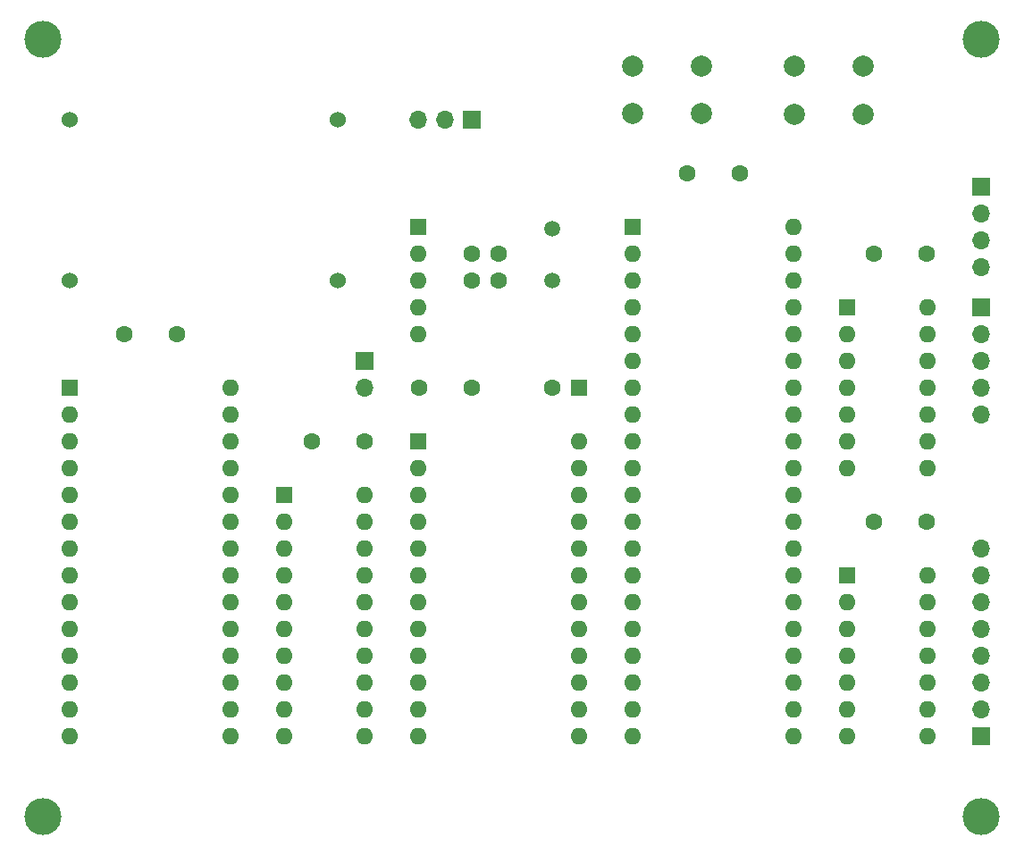
<source format=gbs>
%TF.GenerationSoftware,KiCad,Pcbnew,5.1.2-5.1.2*%
%TF.CreationDate,2019-06-03T18:56:12+10:00*%
%TF.ProjectId,clock,636c6f63-6b2e-46b6-9963-61645f706362,1*%
%TF.SameCoordinates,Original*%
%TF.FileFunction,Soldermask,Bot*%
%TF.FilePolarity,Negative*%
%FSLAX46Y46*%
G04 Gerber Fmt 4.6, Leading zero omitted, Abs format (unit mm)*
G04 Created by KiCad (PCBNEW 5.1.2-5.1.2) date 2019-06-03 18:56:12*
%MOMM*%
%LPD*%
G04 APERTURE LIST*
%ADD10C,3.500000*%
%ADD11C,1.500000*%
%ADD12O,1.700000X1.700000*%
%ADD13R,1.700000X1.700000*%
%ADD14C,1.600000*%
%ADD15C,1.524000*%
%ADD16R,1.600000X1.600000*%
%ADD17O,1.600000X1.600000*%
%ADD18C,2.000000*%
G04 APERTURE END LIST*
D10*
X269240000Y-91440000D03*
X180340000Y-91440000D03*
X269240000Y-17780000D03*
X180340000Y-17780000D03*
D11*
X228600000Y-35740000D03*
X228600000Y-40640000D03*
D12*
X269240000Y-39370000D03*
X269240000Y-36830000D03*
X269240000Y-34290000D03*
D13*
X269240000Y-31750000D03*
D14*
X221020000Y-38100000D03*
X223520000Y-38100000D03*
X221020000Y-40640000D03*
X223520000Y-40640000D03*
D12*
X269240000Y-53340000D03*
X269240000Y-50800000D03*
X269240000Y-48260000D03*
X269240000Y-45720000D03*
D13*
X269240000Y-43180000D03*
D15*
X208280000Y-40640000D03*
X182880000Y-40640000D03*
X208280000Y-25400000D03*
X182880000Y-25400000D03*
D14*
X264080000Y-38100000D03*
X259080000Y-38100000D03*
X264080000Y-63500000D03*
X259080000Y-63500000D03*
X215980000Y-50800000D03*
X220980000Y-50800000D03*
X205820000Y-55880000D03*
X210820000Y-55880000D03*
X241380000Y-30480000D03*
X246380000Y-30480000D03*
X188040000Y-45720000D03*
X193040000Y-45720000D03*
X228640000Y-50800000D03*
D16*
X231140000Y-50800000D03*
D12*
X269240000Y-66040000D03*
X269240000Y-68580000D03*
X269240000Y-71120000D03*
X269240000Y-73660000D03*
X269240000Y-76200000D03*
X269240000Y-78740000D03*
X269240000Y-81280000D03*
D13*
X269240000Y-83820000D03*
D12*
X215900000Y-25400000D03*
X218440000Y-25400000D03*
D13*
X220980000Y-25400000D03*
D12*
X210820000Y-50800000D03*
D13*
X210820000Y-48260000D03*
D17*
X215900000Y-45720000D03*
X215900000Y-43180000D03*
X215900000Y-40640000D03*
X215900000Y-38100000D03*
D16*
X215900000Y-35560000D03*
D18*
X251564000Y-24892000D03*
X251564000Y-20392000D03*
X258064000Y-24892000D03*
X258064000Y-20392000D03*
X242720000Y-20320000D03*
X242720000Y-24820000D03*
X236220000Y-20320000D03*
X236220000Y-24820000D03*
D17*
X251460000Y-35560000D03*
X236220000Y-83820000D03*
X251460000Y-38100000D03*
X236220000Y-81280000D03*
X251460000Y-40640000D03*
X236220000Y-78740000D03*
X251460000Y-43180000D03*
X236220000Y-76200000D03*
X251460000Y-45720000D03*
X236220000Y-73660000D03*
X251460000Y-48260000D03*
X236220000Y-71120000D03*
X251460000Y-50800000D03*
X236220000Y-68580000D03*
X251460000Y-53340000D03*
X236220000Y-66040000D03*
X251460000Y-55880000D03*
X236220000Y-63500000D03*
X251460000Y-58420000D03*
X236220000Y-60960000D03*
X251460000Y-60960000D03*
X236220000Y-58420000D03*
X251460000Y-63500000D03*
X236220000Y-55880000D03*
X251460000Y-66040000D03*
X236220000Y-53340000D03*
X251460000Y-68580000D03*
X236220000Y-50800000D03*
X251460000Y-71120000D03*
X236220000Y-48260000D03*
X251460000Y-73660000D03*
X236220000Y-45720000D03*
X251460000Y-76200000D03*
X236220000Y-43180000D03*
X251460000Y-78740000D03*
X236220000Y-40640000D03*
X251460000Y-81280000D03*
X236220000Y-38100000D03*
X251460000Y-83820000D03*
D16*
X236220000Y-35560000D03*
D17*
X198120000Y-50800000D03*
X182880000Y-83820000D03*
X198120000Y-53340000D03*
X182880000Y-81280000D03*
X198120000Y-55880000D03*
X182880000Y-78740000D03*
X198120000Y-58420000D03*
X182880000Y-76200000D03*
X198120000Y-60960000D03*
X182880000Y-73660000D03*
X198120000Y-63500000D03*
X182880000Y-71120000D03*
X198120000Y-66040000D03*
X182880000Y-68580000D03*
X198120000Y-68580000D03*
X182880000Y-66040000D03*
X198120000Y-71120000D03*
X182880000Y-63500000D03*
X198120000Y-73660000D03*
X182880000Y-60960000D03*
X198120000Y-76200000D03*
X182880000Y-58420000D03*
X198120000Y-78740000D03*
X182880000Y-55880000D03*
X198120000Y-81280000D03*
X182880000Y-53340000D03*
X198120000Y-83820000D03*
D16*
X182880000Y-50800000D03*
D17*
X210820000Y-60960000D03*
X203200000Y-83820000D03*
X210820000Y-63500000D03*
X203200000Y-81280000D03*
X210820000Y-66040000D03*
X203200000Y-78740000D03*
X210820000Y-68580000D03*
X203200000Y-76200000D03*
X210820000Y-71120000D03*
X203200000Y-73660000D03*
X210820000Y-73660000D03*
X203200000Y-71120000D03*
X210820000Y-76200000D03*
X203200000Y-68580000D03*
X210820000Y-78740000D03*
X203200000Y-66040000D03*
X210820000Y-81280000D03*
X203200000Y-63500000D03*
X210820000Y-83820000D03*
D16*
X203200000Y-60960000D03*
D17*
X231140000Y-55880000D03*
X215900000Y-83820000D03*
X231140000Y-58420000D03*
X215900000Y-81280000D03*
X231140000Y-60960000D03*
X215900000Y-78740000D03*
X231140000Y-63500000D03*
X215900000Y-76200000D03*
X231140000Y-66040000D03*
X215900000Y-73660000D03*
X231140000Y-68580000D03*
X215900000Y-71120000D03*
X231140000Y-71120000D03*
X215900000Y-68580000D03*
X231140000Y-73660000D03*
X215900000Y-66040000D03*
X231140000Y-76200000D03*
X215900000Y-63500000D03*
X231140000Y-78740000D03*
X215900000Y-60960000D03*
X231140000Y-81280000D03*
X215900000Y-58420000D03*
X231140000Y-83820000D03*
D16*
X215900000Y-55880000D03*
D17*
X264160000Y-68580000D03*
X256540000Y-83820000D03*
X264160000Y-71120000D03*
X256540000Y-81280000D03*
X264160000Y-73660000D03*
X256540000Y-78740000D03*
X264160000Y-76200000D03*
X256540000Y-76200000D03*
X264160000Y-78740000D03*
X256540000Y-73660000D03*
X264160000Y-81280000D03*
X256540000Y-71120000D03*
X264160000Y-83820000D03*
D16*
X256540000Y-68580000D03*
D17*
X264160000Y-43180000D03*
X256540000Y-58420000D03*
X264160000Y-45720000D03*
X256540000Y-55880000D03*
X264160000Y-48260000D03*
X256540000Y-53340000D03*
X264160000Y-50800000D03*
X256540000Y-50800000D03*
X264160000Y-53340000D03*
X256540000Y-48260000D03*
X264160000Y-55880000D03*
X256540000Y-45720000D03*
X264160000Y-58420000D03*
D16*
X256540000Y-43180000D03*
M02*

</source>
